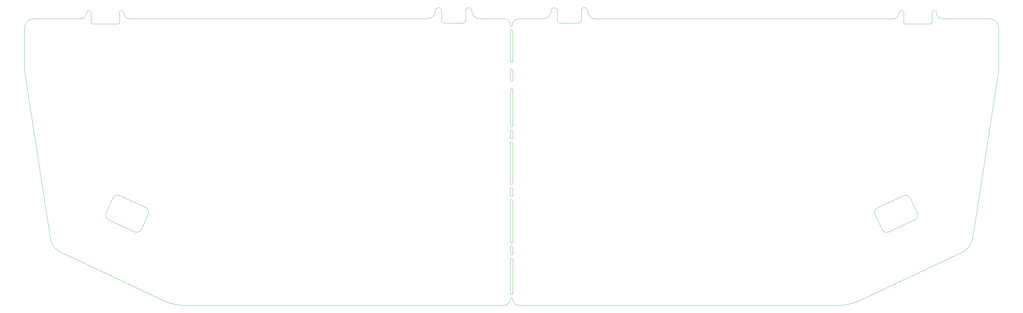
<source format=gbr>
G04 #@! TF.GenerationSoftware,KiCad,Pcbnew,(5.1.5-0-10_14)*
G04 #@! TF.CreationDate,2020-07-20T20:49:14-07:00*
G04 #@! TF.ProjectId,basis_combined_PROTON,62617369-735f-4636-9f6d-62696e65645f,rev?*
G04 #@! TF.SameCoordinates,Original*
G04 #@! TF.FileFunction,Profile,NP*
%FSLAX46Y46*%
G04 Gerber Fmt 4.6, Leading zero omitted, Abs format (unit mm)*
G04 Created by KiCad (PCBNEW (5.1.5-0-10_14)) date 2020-07-20 20:49:14*
%MOMM*%
%LPD*%
G04 APERTURE LIST*
%ADD10C,0.100000*%
%ADD11C,0.120000*%
G04 APERTURE END LIST*
D10*
X-123824375Y-116507500D02*
G75*
G02X-120824375Y-113507500I3000000J0D01*
G01*
X193855625Y-113507500D02*
G75*
G02X196855625Y-116507500I0J-3000000D01*
G01*
X144055625Y-207957499D02*
G75*
G03X150814190Y-206469023I28566J15958475D01*
G01*
X-71044375Y-207957499D02*
G75*
G02X-77802940Y-206469023I-28566J15958475D01*
G01*
X-123824375Y-130787500D02*
G75*
G03X-123788921Y-131207500I2505453J-1D01*
G01*
X196845625Y-130807500D02*
G75*
G02X196810171Y-131227500I-2505453J-1D01*
G01*
X184953082Y-190431995D02*
G75*
G03X188415624Y-185387499I-2817457J5644495D01*
G01*
X-111934375Y-190427500D02*
G75*
G02X-115396917Y-185383004I2817457J5644495D01*
G01*
X-89079308Y-113534373D02*
G75*
G02X-91119308Y-111494373I0J2040000D01*
G01*
X-103332251Y-111461252D02*
G75*
G02X-105372251Y-113501252I-2040000J0D01*
G01*
X-92559375Y-111484375D02*
G75*
G02X-91119308Y-111494373I720068J1D01*
G01*
X-103332251Y-111461252D02*
G75*
G02X-101909375Y-111484375I711626J1D01*
G01*
X178415624Y-113537498D02*
G75*
G02X176375624Y-111497498I0J2040000D01*
G01*
X164144306Y-111474377D02*
G75*
G02X162104306Y-113514377I-2040000J0D01*
G01*
X174935557Y-111487500D02*
G75*
G02X176375624Y-111497498I720068J1D01*
G01*
X164144306Y-111474377D02*
G75*
G02X165584375Y-111484375I720069J1D01*
G01*
X64215625Y-113537500D02*
G75*
G02X61515625Y-110837500I0J2700000D01*
G01*
X49623602Y-110727275D02*
G75*
G02X46823602Y-113527275I-2800000J0D01*
G01*
X59516865Y-110787718D02*
G75*
G02X61515625Y-110837500I998760J-49782D01*
G01*
X49623602Y-110727275D02*
G75*
G02X51612500Y-110787500I992023J-110225D01*
G01*
X26115625Y-113537500D02*
G75*
G02X23415625Y-110837500I0J2700000D01*
G01*
X11515625Y-110837500D02*
G75*
G02X8815625Y-113537500I-2700000J0D01*
G01*
X11517497Y-110837500D02*
G75*
G02X13512500Y-110787500I998128J0D01*
G01*
X21416865Y-110787718D02*
G75*
G02X23415625Y-110837500I998760J-49782D01*
G01*
X36915625Y-115537500D02*
G75*
G02X38915625Y-113537500I2000000J0D01*
G01*
X34115625Y-113537500D02*
G75*
G02X36115625Y-115537500I0J-2000000D01*
G01*
X38915625Y-207937500D02*
G75*
G02X36915625Y-205937500I0J2000000D01*
G01*
X36115625Y-205937500D02*
G75*
G02X34115625Y-207937500I-2000000J0D01*
G01*
X36115625Y-205937500D02*
G75*
G02X36915625Y-205937500I400000J0D01*
G01*
X36915625Y-115537500D02*
G75*
G02X36115625Y-115537500I-400000J0D01*
G01*
X150814190Y-206469023D02*
X184953082Y-190431995D01*
X8815625Y-113537500D02*
X-89079308Y-113534373D01*
X-105372251Y-113501252D02*
X-118268750Y-113506250D01*
X36900000Y-204000000D02*
G75*
G02X36100000Y-204000000I-400000J0D01*
G01*
X36100000Y-192750000D02*
G75*
G02X36900000Y-192750000I400000J0D01*
G01*
X36900000Y-191000000D02*
G75*
G02X36100000Y-191000000I-400000J0D01*
G01*
X36100000Y-188750000D02*
G75*
G02X36900000Y-188750000I400000J0D01*
G01*
X36900000Y-187000000D02*
G75*
G02X36100000Y-187000000I-400000J0D01*
G01*
X36100000Y-173500000D02*
G75*
G02X36900000Y-173500000I400000J0D01*
G01*
X36900000Y-171750000D02*
G75*
G02X36100000Y-171750000I-400000J0D01*
G01*
X36100000Y-169500000D02*
G75*
G02X36900000Y-169500000I400000J0D01*
G01*
X36900000Y-167750000D02*
G75*
G02X36100000Y-167750000I-400000J0D01*
G01*
X36100000Y-154500000D02*
G75*
G02X36900000Y-154500000I400000J0D01*
G01*
X36900000Y-152750000D02*
G75*
G02X36100000Y-152750000I-400000J0D01*
G01*
X36100000Y-150500000D02*
G75*
G02X36900000Y-150500000I400000J0D01*
G01*
X36900000Y-148750000D02*
G75*
G02X36100000Y-148750000I-400000J0D01*
G01*
X36100000Y-137000000D02*
G75*
G02X36900000Y-137000000I400000J0D01*
G01*
X36900000Y-133750000D02*
G75*
G02X36100000Y-133750000I-400000J0D01*
G01*
X36100000Y-130500000D02*
G75*
G02X36900000Y-130500000I400000J0D01*
G01*
X36900000Y-127500000D02*
G75*
G02X36100000Y-127500000I-400000J0D01*
G01*
X36100000Y-117500000D02*
G75*
G02X36900000Y-117500000I400000J0D01*
G01*
X36100000Y-133750000D02*
X36100000Y-130500000D01*
X36900000Y-130500000D02*
X36900000Y-133750000D01*
X36100000Y-152750000D02*
X36100000Y-150500000D01*
X36900000Y-150500000D02*
X36900000Y-152750000D01*
X36100000Y-171750000D02*
X36100000Y-169500000D01*
X36900000Y-169500000D02*
X36900000Y-171750000D01*
X36100000Y-191000000D02*
X36100000Y-188750000D01*
X36900000Y-188750000D02*
X36900000Y-191000000D01*
X36900000Y-192750000D02*
X36900000Y-204000000D01*
X36100000Y-204000000D02*
X36100000Y-192750000D01*
X36100000Y-187000000D02*
X36100000Y-173500000D01*
X36900000Y-173500000D02*
X36900000Y-187000000D01*
X36900000Y-167750000D02*
X36900000Y-154500000D01*
X36100000Y-154500000D02*
X36100000Y-167750000D01*
X36100000Y-148750000D02*
X36100000Y-137000000D01*
X36900000Y-137000000D02*
X36900000Y-148750000D01*
X36900000Y-127500000D02*
X36900000Y-117500000D01*
X36100000Y-117500000D02*
X36100000Y-127500000D01*
X26115625Y-113537500D02*
X33337500Y-113537500D01*
X64215625Y-113537500D02*
X162104306Y-113514377D01*
X46823602Y-113527275D02*
X39687500Y-113537500D01*
X178415624Y-113537498D02*
X193855625Y-113507500D01*
X39687500Y-113537500D02*
X38915625Y-113537500D01*
X196855625Y-116507500D02*
X196845625Y-130807500D01*
X196810171Y-131227500D02*
X188415624Y-185387499D01*
X38915625Y-207937500D02*
X144055625Y-207957500D01*
X-77802940Y-206469023D02*
X-111934375Y-190427500D01*
X34115625Y-207937500D02*
X-71044375Y-207957500D01*
X-123788921Y-131207500D02*
X-115396917Y-185383004D01*
X-123824375Y-116507500D02*
X-123824375Y-130787500D01*
X33337500Y-113537500D02*
X34115625Y-113537500D01*
X-118268750Y-113506250D02*
X-120824375Y-113507500D01*
D11*
X169257367Y-179765550D02*
X160738073Y-183738161D01*
X167797500Y-172612313D02*
X170079639Y-177506375D01*
X157019033Y-175762653D02*
X165538326Y-171790041D01*
X158478899Y-182915889D02*
X156196761Y-178021827D01*
X160738073Y-183738161D02*
G75*
G02X158478899Y-182915889I-718451J1540723D01*
G01*
X170079639Y-177506376D02*
G75*
G02X169257367Y-179765550I-1540723J-718451D01*
G01*
X165538326Y-171790041D02*
G75*
G02X167797500Y-172612313I718451J-1540723D01*
G01*
X156196761Y-178021827D02*
G75*
G02X157019033Y-175762653I1540723J718451D01*
G01*
X-87642181Y-183697401D02*
X-96161474Y-179724789D01*
X-83100868Y-177981067D02*
X-85383007Y-182875129D01*
X-92442433Y-171749281D02*
X-83923140Y-175721892D01*
X-96983746Y-177465615D02*
X-94701608Y-172571553D01*
X-96161474Y-179724789D02*
G75*
G02X-96983746Y-177465615I718451J1540723D01*
G01*
X-85383007Y-182875129D02*
G75*
G02X-87642181Y-183697401I-1540723J718451D01*
G01*
X-83923140Y-175721893D02*
G75*
G02X-83100868Y-177981067I-718451J-1540723D01*
G01*
X-94701607Y-172571553D02*
G75*
G02X-92442433Y-171749281I1540723J-718451D01*
G01*
D10*
X-101909375Y-114709375D02*
X-101909375Y-111484375D01*
X-93059375Y-115209375D02*
X-101409375Y-115209375D01*
X-92559375Y-111484375D02*
X-92559375Y-114709375D01*
X-101909375Y-114709375D02*
G75*
G03X-101409375Y-115209375I500000J0D01*
G01*
X-93059375Y-115209375D02*
G75*
G03X-92559375Y-114709375I0J500000D01*
G01*
X165584375Y-114709375D02*
X165584375Y-111484375D01*
X174434375Y-115209375D02*
X166084375Y-115209375D01*
X174934375Y-111484375D02*
X174934375Y-114709375D01*
X165584375Y-114709375D02*
G75*
G03X166084375Y-115209375I500000J0D01*
G01*
X174434375Y-115209375D02*
G75*
G03X174934375Y-114709375I0J500000D01*
G01*
X51612500Y-110787500D02*
X51612500Y-114117500D01*
X52412500Y-114917500D02*
X58712500Y-114917500D01*
X59512500Y-114117500D02*
X59512500Y-110787500D01*
X58712500Y-114917500D02*
G75*
G03X59512500Y-114117500I0J800000D01*
G01*
X51612500Y-114117500D02*
G75*
G03X52412500Y-114917500I800000J0D01*
G01*
X13512500Y-110787500D02*
X13512500Y-114117500D01*
X14312500Y-114917500D02*
X20612500Y-114917500D01*
X21412500Y-114117500D02*
X21412500Y-110787500D01*
X20612500Y-114917500D02*
G75*
G03X21412500Y-114117500I0J800000D01*
G01*
X13512500Y-114117500D02*
G75*
G03X14312500Y-114917500I800000J0D01*
G01*
M02*

</source>
